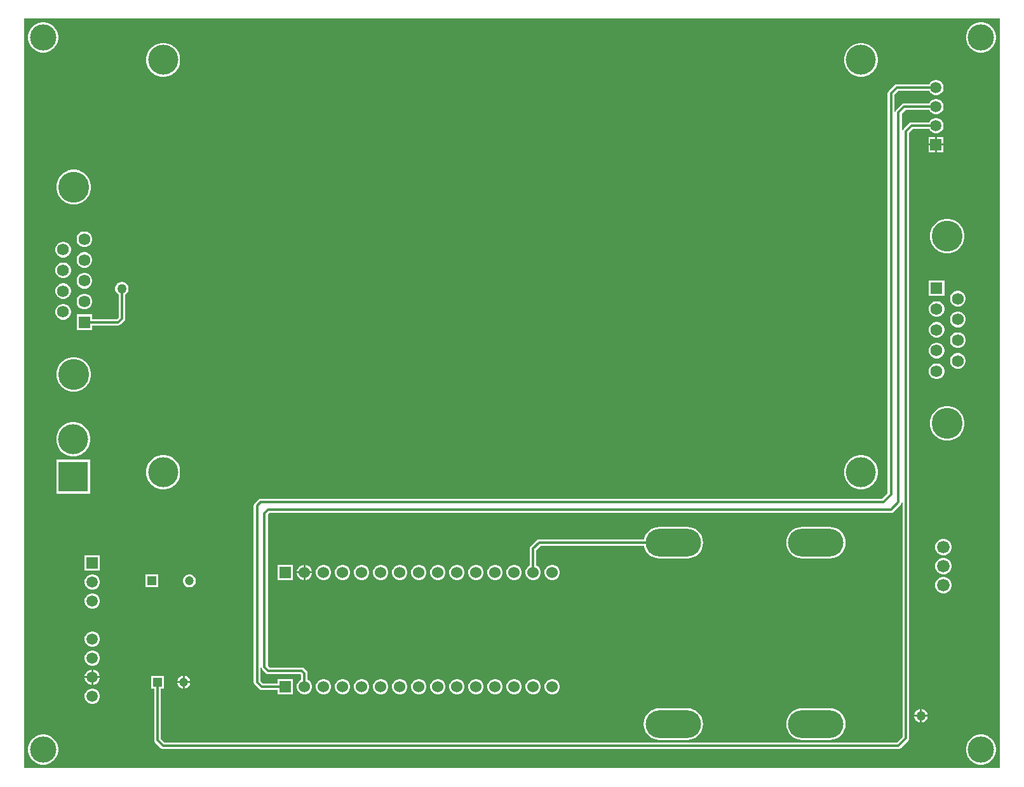
<source format=gbl>
G04*
G04 #@! TF.GenerationSoftware,Altium Limited,Altium Designer,22.8.2 (66)*
G04*
G04 Layer_Physical_Order=2*
G04 Layer_Color=16711680*
%FSLAX42Y42*%
%MOMM*%
G71*
G04*
G04 #@! TF.SameCoordinates,889D92F3-8E91-4399-9715-C869CBAF0A79*
G04*
G04*
G04 #@! TF.FilePolarity,Positive*
G04*
G01*
G75*
%ADD34C,0.35*%
%ADD35C,4.00*%
%ADD36C,1.53*%
%ADD37R,1.53X1.53*%
%ADD38C,1.68*%
%ADD39C,1.51*%
%ADD40R,1.51X1.51*%
%ADD41O,7.40X3.70*%
%ADD42C,1.20*%
%ADD43R,1.20X1.20*%
%ADD44C,3.50*%
%ADD45C,1.58*%
%ADD46R,1.58X1.58*%
%ADD47C,4.12*%
%ADD48R,4.00X4.00*%
%ADD49C,1.27*%
G36*
X13000D02*
X0D01*
Y10000D01*
X13000D01*
Y0D01*
D02*
G37*
%LPC*%
G36*
X12770Y9950D02*
X12730D01*
X12692Y9943D01*
X12655Y9928D01*
X12622Y9906D01*
X12594Y9878D01*
X12572Y9845D01*
X12557Y9808D01*
X12550Y9770D01*
Y9730D01*
X12557Y9692D01*
X12572Y9655D01*
X12594Y9622D01*
X12622Y9594D01*
X12655Y9572D01*
X12692Y9557D01*
X12730Y9550D01*
X12770D01*
X12808Y9557D01*
X12845Y9572D01*
X12878Y9594D01*
X12906Y9622D01*
X12928Y9655D01*
X12943Y9692D01*
X12950Y9730D01*
Y9770D01*
X12943Y9808D01*
X12928Y9845D01*
X12906Y9878D01*
X12878Y9906D01*
X12845Y9928D01*
X12808Y9943D01*
X12770Y9950D01*
D02*
G37*
G36*
X270D02*
X230D01*
X192Y9943D01*
X155Y9928D01*
X122Y9906D01*
X94Y9878D01*
X72Y9845D01*
X57Y9808D01*
X50Y9770D01*
Y9730D01*
X57Y9692D01*
X72Y9655D01*
X94Y9622D01*
X122Y9594D01*
X155Y9572D01*
X192Y9557D01*
X230Y9550D01*
X270D01*
X308Y9557D01*
X345Y9572D01*
X378Y9594D01*
X406Y9622D01*
X428Y9655D01*
X443Y9692D01*
X450Y9730D01*
Y9770D01*
X443Y9808D01*
X428Y9845D01*
X406Y9878D01*
X378Y9906D01*
X345Y9928D01*
X308Y9943D01*
X270Y9950D01*
D02*
G37*
G36*
X11172Y9675D02*
X11128D01*
X11084Y9667D01*
X11043Y9650D01*
X11006Y9625D01*
X10975Y9594D01*
X10950Y9557D01*
X10933Y9516D01*
X10925Y9472D01*
Y9428D01*
X10933Y9384D01*
X10950Y9343D01*
X10975Y9306D01*
X11006Y9275D01*
X11043Y9250D01*
X11084Y9233D01*
X11128Y9225D01*
X11172D01*
X11216Y9233D01*
X11257Y9250D01*
X11294Y9275D01*
X11325Y9306D01*
X11350Y9343D01*
X11367Y9384D01*
X11375Y9428D01*
Y9472D01*
X11367Y9516D01*
X11350Y9557D01*
X11325Y9594D01*
X11294Y9625D01*
X11257Y9650D01*
X11216Y9667D01*
X11172Y9675D01*
D02*
G37*
G36*
X1872D02*
X1828D01*
X1784Y9667D01*
X1743Y9650D01*
X1706Y9625D01*
X1675Y9594D01*
X1650Y9557D01*
X1633Y9516D01*
X1625Y9472D01*
Y9428D01*
X1633Y9384D01*
X1650Y9343D01*
X1675Y9306D01*
X1706Y9275D01*
X1743Y9250D01*
X1784Y9233D01*
X1828Y9225D01*
X1872D01*
X1916Y9233D01*
X1957Y9250D01*
X1994Y9275D01*
X2025Y9306D01*
X2050Y9343D01*
X2067Y9384D01*
X2075Y9428D01*
Y9472D01*
X2067Y9516D01*
X2050Y9557D01*
X2025Y9594D01*
X1994Y9625D01*
X1957Y9650D01*
X1916Y9667D01*
X1872Y9675D01*
D02*
G37*
G36*
X12163Y9182D02*
X12137D01*
X12111Y9175D01*
X12088Y9162D01*
X12069Y9143D01*
X12059Y9125D01*
X11631D01*
X11614Y9121D01*
X11600Y9112D01*
X11519Y9031D01*
X11510Y9017D01*
X11506Y9000D01*
Y3668D01*
X11432Y3594D01*
X3150D01*
X3133Y3590D01*
X3119Y3581D01*
X3069Y3531D01*
X3060Y3517D01*
X3056Y3500D01*
Y1150D01*
X3060Y1133D01*
X3069Y1119D01*
X3131Y1057D01*
X3145Y1048D01*
X3162Y1044D01*
X3377D01*
Y986D01*
X3580D01*
Y1190D01*
X3377D01*
Y1132D01*
X3180D01*
X3144Y1168D01*
Y1350D01*
X3156Y1350D01*
X3160Y1333D01*
X3169Y1319D01*
X3219Y1269D01*
X3233Y1260D01*
X3250Y1256D01*
X3682D01*
X3689Y1249D01*
Y1180D01*
X3670Y1170D01*
X3651Y1151D01*
X3638Y1127D01*
X3631Y1101D01*
Y1075D01*
X3638Y1049D01*
X3651Y1025D01*
X3670Y1006D01*
X3693Y993D01*
X3719Y986D01*
X3746D01*
X3772Y993D01*
X3795Y1006D01*
X3814Y1025D01*
X3827Y1049D01*
X3834Y1075D01*
Y1101D01*
X3827Y1127D01*
X3814Y1151D01*
X3795Y1170D01*
X3776Y1180D01*
Y1268D01*
X3773Y1284D01*
X3763Y1298D01*
X3731Y1331D01*
X3717Y1340D01*
X3700Y1344D01*
X3268D01*
X3244Y1368D01*
Y3382D01*
X3268Y3406D01*
X11550D01*
X11567Y3410D01*
X11581Y3419D01*
X11681Y3519D01*
X11690Y3533D01*
X11694Y3550D01*
X11706Y3550D01*
Y418D01*
X11632Y344D01*
X1868Y344D01*
X1819Y393D01*
Y1065D01*
X1860D01*
Y1235D01*
X1690D01*
Y1065D01*
X1731D01*
Y375D01*
X1731Y375D01*
X1735Y358D01*
X1744Y344D01*
X1819Y269D01*
X1833Y260D01*
X1850Y256D01*
X11650Y256D01*
X11667Y260D01*
X11681Y269D01*
X11781Y369D01*
X11790Y383D01*
X11794Y400D01*
Y8482D01*
X11841Y8529D01*
X12059D01*
X12069Y8511D01*
X12088Y8492D01*
X12111Y8479D01*
X12137Y8472D01*
X12163D01*
X12189Y8479D01*
X12212Y8492D01*
X12231Y8511D01*
X12244Y8534D01*
X12251Y8560D01*
Y8586D01*
X12244Y8612D01*
X12231Y8635D01*
X12212Y8654D01*
X12189Y8667D01*
X12163Y8674D01*
X12137D01*
X12111Y8667D01*
X12088Y8654D01*
X12069Y8635D01*
X12059Y8617D01*
X11823D01*
X11806Y8613D01*
X11792Y8604D01*
X11719Y8531D01*
X11710Y8517D01*
X11706Y8500D01*
X11694Y8500D01*
Y8732D01*
X11745Y8783D01*
X12059D01*
X12069Y8765D01*
X12088Y8746D01*
X12111Y8733D01*
X12137Y8726D01*
X12163D01*
X12189Y8733D01*
X12212Y8746D01*
X12231Y8765D01*
X12244Y8788D01*
X12251Y8814D01*
Y8840D01*
X12244Y8866D01*
X12231Y8889D01*
X12212Y8908D01*
X12189Y8921D01*
X12163Y8928D01*
X12137D01*
X12111Y8921D01*
X12088Y8908D01*
X12069Y8889D01*
X12059Y8871D01*
X11727D01*
X11710Y8867D01*
X11696Y8858D01*
X11619Y8781D01*
X11610Y8767D01*
X11606Y8750D01*
X11594Y8750D01*
Y8982D01*
X11649Y9037D01*
X12059D01*
X12069Y9019D01*
X12088Y9000D01*
X12111Y8987D01*
X12137Y8980D01*
X12163D01*
X12189Y8987D01*
X12212Y9000D01*
X12231Y9019D01*
X12244Y9042D01*
X12251Y9068D01*
Y9094D01*
X12244Y9120D01*
X12231Y9143D01*
X12212Y9162D01*
X12189Y9175D01*
X12163Y9182D01*
D02*
G37*
G36*
X12251Y8420D02*
X12163D01*
Y8332D01*
X12251D01*
Y8420D01*
D02*
G37*
G36*
X12137D02*
X12049D01*
Y8332D01*
X12137D01*
Y8420D01*
D02*
G37*
G36*
X12251Y8306D02*
X12163D01*
Y8218D01*
X12251D01*
Y8306D01*
D02*
G37*
G36*
X12137D02*
X12049D01*
Y8218D01*
X12137D01*
Y8306D01*
D02*
G37*
G36*
X681Y7985D02*
X635D01*
X591Y7976D01*
X548Y7958D01*
X511Y7933D01*
X478Y7901D01*
X453Y7863D01*
X436Y7821D01*
X427Y7776D01*
Y7731D01*
X436Y7686D01*
X453Y7644D01*
X478Y7606D01*
X511Y7574D01*
X548Y7549D01*
X591Y7531D01*
X635Y7522D01*
X681D01*
X725Y7531D01*
X768Y7549D01*
X805Y7574D01*
X838Y7606D01*
X863Y7644D01*
X880Y7686D01*
X889Y7731D01*
Y7776D01*
X880Y7821D01*
X863Y7863D01*
X838Y7901D01*
X805Y7933D01*
X768Y7958D01*
X725Y7976D01*
X681Y7985D01*
D02*
G37*
G36*
X814Y7162D02*
X786D01*
X760Y7155D01*
X736Y7141D01*
X717Y7122D01*
X703Y7098D01*
X696Y7072D01*
Y7044D01*
X703Y7018D01*
X717Y6994D01*
X736Y6975D01*
X760Y6961D01*
X786Y6954D01*
X814D01*
X840Y6961D01*
X864Y6975D01*
X883Y6994D01*
X897Y7018D01*
X904Y7044D01*
Y7072D01*
X897Y7098D01*
X883Y7122D01*
X864Y7141D01*
X840Y7155D01*
X814Y7162D01*
D02*
G37*
G36*
X12323Y7331D02*
X12277D01*
X12233Y7322D01*
X12190Y7304D01*
X12153Y7279D01*
X12120Y7247D01*
X12095Y7209D01*
X12078Y7167D01*
X12069Y7122D01*
Y7077D01*
X12078Y7032D01*
X12095Y6990D01*
X12120Y6952D01*
X12153Y6920D01*
X12190Y6895D01*
X12233Y6877D01*
X12277Y6868D01*
X12323D01*
X12367Y6877D01*
X12410Y6895D01*
X12447Y6920D01*
X12480Y6952D01*
X12505Y6990D01*
X12522Y7032D01*
X12531Y7077D01*
Y7122D01*
X12522Y7167D01*
X12505Y7209D01*
X12480Y7247D01*
X12447Y7279D01*
X12410Y7304D01*
X12367Y7322D01*
X12323Y7331D01*
D02*
G37*
G36*
X530Y7024D02*
X502D01*
X476Y7017D01*
X452Y7003D01*
X433Y6983D01*
X419Y6960D01*
X412Y6933D01*
Y6906D01*
X419Y6879D01*
X433Y6856D01*
X452Y6836D01*
X476Y6822D01*
X502Y6815D01*
X530D01*
X556Y6822D01*
X580Y6836D01*
X599Y6856D01*
X613Y6879D01*
X620Y6906D01*
Y6933D01*
X613Y6960D01*
X599Y6983D01*
X580Y7003D01*
X556Y7017D01*
X530Y7024D01*
D02*
G37*
G36*
X814Y6885D02*
X786D01*
X760Y6878D01*
X736Y6864D01*
X717Y6845D01*
X703Y6821D01*
X696Y6795D01*
Y6767D01*
X703Y6741D01*
X717Y6717D01*
X736Y6698D01*
X760Y6684D01*
X786Y6677D01*
X814D01*
X840Y6684D01*
X864Y6698D01*
X883Y6717D01*
X897Y6741D01*
X904Y6767D01*
Y6795D01*
X897Y6821D01*
X883Y6845D01*
X864Y6864D01*
X840Y6878D01*
X814Y6885D01*
D02*
G37*
G36*
X530Y6747D02*
X502D01*
X476Y6740D01*
X452Y6726D01*
X433Y6706D01*
X419Y6683D01*
X412Y6656D01*
Y6629D01*
X419Y6602D01*
X433Y6579D01*
X452Y6559D01*
X476Y6545D01*
X502Y6538D01*
X530D01*
X556Y6545D01*
X580Y6559D01*
X599Y6579D01*
X613Y6602D01*
X620Y6629D01*
Y6656D01*
X613Y6683D01*
X599Y6706D01*
X580Y6726D01*
X556Y6740D01*
X530Y6747D01*
D02*
G37*
G36*
X814Y6608D02*
X786D01*
X760Y6601D01*
X736Y6587D01*
X717Y6568D01*
X703Y6544D01*
X696Y6518D01*
Y6490D01*
X703Y6464D01*
X717Y6440D01*
X736Y6421D01*
X760Y6407D01*
X786Y6400D01*
X814D01*
X840Y6407D01*
X864Y6421D01*
X883Y6440D01*
X897Y6464D01*
X904Y6490D01*
Y6518D01*
X897Y6544D01*
X883Y6568D01*
X864Y6587D01*
X840Y6601D01*
X814Y6608D01*
D02*
G37*
G36*
X12262Y6508D02*
X12054D01*
Y6300D01*
X12262D01*
Y6508D01*
D02*
G37*
G36*
X530Y6470D02*
X502D01*
X476Y6463D01*
X452Y6449D01*
X433Y6429D01*
X419Y6406D01*
X412Y6379D01*
Y6352D01*
X419Y6325D01*
X433Y6302D01*
X452Y6282D01*
X476Y6268D01*
X502Y6261D01*
X530D01*
X556Y6268D01*
X580Y6282D01*
X599Y6302D01*
X613Y6325D01*
X620Y6352D01*
Y6379D01*
X613Y6406D01*
X599Y6429D01*
X580Y6449D01*
X556Y6463D01*
X530Y6470D01*
D02*
G37*
G36*
X12456Y6370D02*
X12428D01*
X12402Y6363D01*
X12378Y6349D01*
X12359Y6329D01*
X12345Y6306D01*
X12338Y6279D01*
Y6252D01*
X12345Y6225D01*
X12359Y6202D01*
X12378Y6182D01*
X12402Y6168D01*
X12428Y6161D01*
X12456D01*
X12482Y6168D01*
X12506Y6182D01*
X12525Y6202D01*
X12539Y6225D01*
X12546Y6252D01*
Y6279D01*
X12539Y6306D01*
X12525Y6329D01*
X12506Y6349D01*
X12482Y6363D01*
X12456Y6370D01*
D02*
G37*
G36*
X814Y6331D02*
X786D01*
X760Y6324D01*
X736Y6310D01*
X717Y6291D01*
X703Y6267D01*
X696Y6241D01*
Y6213D01*
X703Y6187D01*
X717Y6163D01*
X736Y6144D01*
X760Y6130D01*
X786Y6123D01*
X814D01*
X840Y6130D01*
X864Y6144D01*
X883Y6163D01*
X897Y6187D01*
X904Y6213D01*
Y6241D01*
X897Y6267D01*
X883Y6291D01*
X864Y6310D01*
X840Y6324D01*
X814Y6331D01*
D02*
G37*
G36*
X12172Y6231D02*
X12144D01*
X12118Y6224D01*
X12094Y6210D01*
X12075Y6191D01*
X12061Y6167D01*
X12054Y6141D01*
Y6113D01*
X12061Y6087D01*
X12075Y6063D01*
X12094Y6044D01*
X12118Y6030D01*
X12144Y6023D01*
X12172D01*
X12198Y6030D01*
X12222Y6044D01*
X12241Y6063D01*
X12255Y6087D01*
X12262Y6113D01*
Y6141D01*
X12255Y6167D01*
X12241Y6191D01*
X12222Y6210D01*
X12198Y6224D01*
X12172Y6231D01*
D02*
G37*
G36*
X1312Y6489D02*
X1288D01*
X1266Y6483D01*
X1245Y6471D01*
X1229Y6455D01*
X1217Y6434D01*
X1211Y6412D01*
Y6388D01*
X1217Y6366D01*
X1229Y6345D01*
X1245Y6329D01*
X1256Y6323D01*
Y6018D01*
X1232Y5994D01*
X904D01*
Y6054D01*
X696D01*
Y5846D01*
X904D01*
Y5906D01*
X1250D01*
X1267Y5910D01*
X1281Y5919D01*
X1331Y5969D01*
X1340Y5983D01*
X1344Y6000D01*
Y6323D01*
X1355Y6329D01*
X1371Y6345D01*
X1383Y6366D01*
X1389Y6388D01*
Y6412D01*
X1383Y6434D01*
X1371Y6455D01*
X1355Y6471D01*
X1334Y6483D01*
X1312Y6489D01*
D02*
G37*
G36*
X530Y6193D02*
X502D01*
X476Y6186D01*
X452Y6172D01*
X433Y6152D01*
X419Y6129D01*
X412Y6102D01*
Y6075D01*
X419Y6048D01*
X433Y6025D01*
X452Y6005D01*
X476Y5991D01*
X502Y5984D01*
X530D01*
X556Y5991D01*
X580Y6005D01*
X599Y6025D01*
X613Y6048D01*
X620Y6075D01*
Y6102D01*
X613Y6129D01*
X599Y6152D01*
X580Y6172D01*
X556Y6186D01*
X530Y6193D01*
D02*
G37*
G36*
X12456Y6093D02*
X12428D01*
X12402Y6086D01*
X12378Y6072D01*
X12359Y6052D01*
X12345Y6029D01*
X12338Y6002D01*
Y5975D01*
X12345Y5948D01*
X12359Y5925D01*
X12378Y5905D01*
X12402Y5891D01*
X12428Y5884D01*
X12456D01*
X12482Y5891D01*
X12506Y5905D01*
X12525Y5925D01*
X12539Y5948D01*
X12546Y5975D01*
Y6002D01*
X12539Y6029D01*
X12525Y6052D01*
X12506Y6072D01*
X12482Y6086D01*
X12456Y6093D01*
D02*
G37*
G36*
X12172Y5954D02*
X12144D01*
X12118Y5947D01*
X12094Y5933D01*
X12075Y5914D01*
X12061Y5890D01*
X12054Y5864D01*
Y5836D01*
X12061Y5810D01*
X12075Y5786D01*
X12094Y5767D01*
X12118Y5753D01*
X12144Y5746D01*
X12172D01*
X12198Y5753D01*
X12222Y5767D01*
X12241Y5786D01*
X12255Y5810D01*
X12262Y5836D01*
Y5864D01*
X12255Y5890D01*
X12241Y5914D01*
X12222Y5933D01*
X12198Y5947D01*
X12172Y5954D01*
D02*
G37*
G36*
X12456Y5816D02*
X12428D01*
X12402Y5809D01*
X12378Y5795D01*
X12359Y5775D01*
X12345Y5752D01*
X12338Y5725D01*
Y5698D01*
X12345Y5671D01*
X12359Y5648D01*
X12378Y5628D01*
X12402Y5614D01*
X12428Y5607D01*
X12456D01*
X12482Y5614D01*
X12506Y5628D01*
X12525Y5648D01*
X12539Y5671D01*
X12546Y5698D01*
Y5725D01*
X12539Y5752D01*
X12525Y5775D01*
X12506Y5795D01*
X12482Y5809D01*
X12456Y5816D01*
D02*
G37*
G36*
X12172Y5677D02*
X12144D01*
X12118Y5670D01*
X12094Y5656D01*
X12075Y5637D01*
X12061Y5613D01*
X12054Y5587D01*
Y5559D01*
X12061Y5533D01*
X12075Y5509D01*
X12094Y5490D01*
X12118Y5476D01*
X12144Y5469D01*
X12172D01*
X12198Y5476D01*
X12222Y5490D01*
X12241Y5509D01*
X12255Y5533D01*
X12262Y5559D01*
Y5587D01*
X12255Y5613D01*
X12241Y5637D01*
X12222Y5656D01*
X12198Y5670D01*
X12172Y5677D01*
D02*
G37*
G36*
X12456Y5539D02*
X12428D01*
X12402Y5532D01*
X12378Y5518D01*
X12359Y5498D01*
X12345Y5475D01*
X12338Y5448D01*
Y5421D01*
X12345Y5394D01*
X12359Y5371D01*
X12378Y5351D01*
X12402Y5337D01*
X12428Y5330D01*
X12456D01*
X12482Y5337D01*
X12506Y5351D01*
X12525Y5371D01*
X12539Y5394D01*
X12546Y5421D01*
Y5448D01*
X12539Y5475D01*
X12525Y5498D01*
X12506Y5518D01*
X12482Y5532D01*
X12456Y5539D01*
D02*
G37*
G36*
X12172Y5400D02*
X12144D01*
X12118Y5393D01*
X12094Y5379D01*
X12075Y5360D01*
X12061Y5336D01*
X12054Y5310D01*
Y5282D01*
X12061Y5256D01*
X12075Y5232D01*
X12094Y5213D01*
X12118Y5199D01*
X12144Y5192D01*
X12172D01*
X12198Y5199D01*
X12222Y5213D01*
X12241Y5232D01*
X12255Y5256D01*
X12262Y5282D01*
Y5310D01*
X12255Y5336D01*
X12241Y5360D01*
X12222Y5379D01*
X12198Y5393D01*
X12172Y5400D01*
D02*
G37*
G36*
X681Y5486D02*
X635D01*
X591Y5477D01*
X548Y5459D01*
X511Y5434D01*
X478Y5402D01*
X453Y5364D01*
X436Y5322D01*
X427Y5277D01*
Y5232D01*
X436Y5187D01*
X453Y5145D01*
X478Y5107D01*
X511Y5075D01*
X548Y5050D01*
X591Y5032D01*
X635Y5023D01*
X681D01*
X725Y5032D01*
X768Y5050D01*
X805Y5075D01*
X838Y5107D01*
X863Y5145D01*
X880Y5187D01*
X889Y5232D01*
Y5277D01*
X880Y5322D01*
X863Y5364D01*
X838Y5402D01*
X805Y5434D01*
X768Y5459D01*
X725Y5477D01*
X681Y5486D01*
D02*
G37*
G36*
X12323Y4832D02*
X12277D01*
X12233Y4823D01*
X12190Y4805D01*
X12153Y4780D01*
X12120Y4748D01*
X12095Y4710D01*
X12078Y4668D01*
X12069Y4623D01*
Y4578D01*
X12078Y4533D01*
X12095Y4491D01*
X12120Y4453D01*
X12153Y4421D01*
X12190Y4396D01*
X12233Y4378D01*
X12277Y4369D01*
X12323D01*
X12367Y4378D01*
X12410Y4396D01*
X12447Y4421D01*
X12480Y4453D01*
X12505Y4491D01*
X12522Y4533D01*
X12531Y4578D01*
Y4623D01*
X12522Y4668D01*
X12505Y4710D01*
X12480Y4748D01*
X12447Y4780D01*
X12410Y4805D01*
X12367Y4823D01*
X12323Y4832D01*
D02*
G37*
G36*
X672Y4615D02*
X628D01*
X584Y4607D01*
X543Y4590D01*
X506Y4565D01*
X475Y4534D01*
X450Y4497D01*
X433Y4456D01*
X425Y4412D01*
Y4368D01*
X433Y4324D01*
X450Y4283D01*
X475Y4246D01*
X506Y4215D01*
X543Y4190D01*
X584Y4173D01*
X628Y4165D01*
X672D01*
X716Y4173D01*
X757Y4190D01*
X794Y4215D01*
X825Y4246D01*
X850Y4283D01*
X867Y4324D01*
X875Y4368D01*
Y4412D01*
X867Y4456D01*
X850Y4497D01*
X825Y4534D01*
X794Y4565D01*
X757Y4590D01*
X716Y4607D01*
X672Y4615D01*
D02*
G37*
G36*
X11172Y4175D02*
X11128D01*
X11084Y4167D01*
X11043Y4150D01*
X11006Y4125D01*
X10975Y4094D01*
X10950Y4057D01*
X10933Y4016D01*
X10925Y3972D01*
Y3928D01*
X10933Y3884D01*
X10950Y3843D01*
X10975Y3806D01*
X11006Y3775D01*
X11043Y3750D01*
X11084Y3733D01*
X11128Y3725D01*
X11172D01*
X11216Y3733D01*
X11257Y3750D01*
X11294Y3775D01*
X11325Y3806D01*
X11350Y3843D01*
X11367Y3884D01*
X11375Y3928D01*
Y3972D01*
X11367Y4016D01*
X11350Y4057D01*
X11325Y4094D01*
X11294Y4125D01*
X11257Y4150D01*
X11216Y4167D01*
X11172Y4175D01*
D02*
G37*
G36*
X1872D02*
X1828D01*
X1784Y4167D01*
X1743Y4150D01*
X1706Y4125D01*
X1675Y4094D01*
X1650Y4057D01*
X1633Y4016D01*
X1625Y3972D01*
Y3928D01*
X1633Y3884D01*
X1650Y3843D01*
X1675Y3806D01*
X1706Y3775D01*
X1743Y3750D01*
X1784Y3733D01*
X1828Y3725D01*
X1872D01*
X1916Y3733D01*
X1957Y3750D01*
X1994Y3775D01*
X2025Y3806D01*
X2050Y3843D01*
X2067Y3884D01*
X2075Y3928D01*
Y3972D01*
X2067Y4016D01*
X2050Y4057D01*
X2025Y4094D01*
X1994Y4125D01*
X1957Y4150D01*
X1916Y4167D01*
X1872Y4175D01*
D02*
G37*
G36*
X875Y4115D02*
X425D01*
Y3665D01*
X875D01*
Y4115D01*
D02*
G37*
G36*
X12264Y3059D02*
X12236D01*
X12208Y3052D01*
X12183Y3037D01*
X12163Y3017D01*
X12148Y2992D01*
X12141Y2964D01*
Y2936D01*
X12148Y2908D01*
X12163Y2883D01*
X12183Y2863D01*
X12208Y2848D01*
X12236Y2841D01*
X12264D01*
X12292Y2848D01*
X12317Y2863D01*
X12337Y2883D01*
X12352Y2908D01*
X12359Y2936D01*
Y2964D01*
X12352Y2992D01*
X12337Y3017D01*
X12317Y3037D01*
X12292Y3052D01*
X12264Y3059D01*
D02*
G37*
G36*
X10735Y3221D02*
X10365D01*
X10324Y3217D01*
X10284Y3205D01*
X10248Y3186D01*
X10216Y3159D01*
X10189Y3127D01*
X10170Y3091D01*
X10158Y3051D01*
X10154Y3010D01*
X10158Y2969D01*
X10170Y2929D01*
X10189Y2893D01*
X10216Y2861D01*
X10248Y2834D01*
X10284Y2815D01*
X10324Y2803D01*
X10365Y2799D01*
X10735D01*
X10776Y2803D01*
X10816Y2815D01*
X10852Y2834D01*
X10884Y2861D01*
X10911Y2893D01*
X10930Y2929D01*
X10942Y2969D01*
X10946Y3010D01*
X10942Y3051D01*
X10930Y3091D01*
X10911Y3127D01*
X10884Y3159D01*
X10852Y3186D01*
X10816Y3205D01*
X10776Y3217D01*
X10735Y3221D01*
D02*
G37*
G36*
X8835D02*
X8465D01*
X8424Y3217D01*
X8384Y3205D01*
X8348Y3186D01*
X8316Y3159D01*
X8289Y3127D01*
X8270Y3091D01*
X8258Y3054D01*
X6860D01*
X6843Y3050D01*
X6829Y3041D01*
X6750Y2961D01*
X6740Y2947D01*
X6737Y2931D01*
Y2704D01*
X6718Y2694D01*
X6699Y2675D01*
X6686Y2651D01*
X6679Y2625D01*
Y2599D01*
X6686Y2573D01*
X6699Y2549D01*
X6718Y2530D01*
X6741Y2517D01*
X6767Y2510D01*
X6794D01*
X6820Y2517D01*
X6843Y2530D01*
X6862Y2549D01*
X6875Y2573D01*
X6882Y2599D01*
Y2625D01*
X6875Y2651D01*
X6862Y2675D01*
X6843Y2694D01*
X6824Y2704D01*
Y2912D01*
X6878Y2966D01*
X8258D01*
X8270Y2929D01*
X8289Y2893D01*
X8316Y2861D01*
X8348Y2834D01*
X8384Y2815D01*
X8424Y2803D01*
X8465Y2799D01*
X8835D01*
X8876Y2803D01*
X8916Y2815D01*
X8952Y2834D01*
X8984Y2861D01*
X9011Y2893D01*
X9030Y2929D01*
X9042Y2969D01*
X9046Y3010D01*
X9042Y3051D01*
X9030Y3091D01*
X9011Y3127D01*
X8984Y3159D01*
X8952Y3186D01*
X8916Y3205D01*
X8876Y3217D01*
X8835Y3221D01*
D02*
G37*
G36*
X1006Y2840D02*
X804D01*
Y2638D01*
X1006D01*
Y2840D01*
D02*
G37*
G36*
X3746Y2714D02*
X3745D01*
Y2625D01*
X3834D01*
Y2625D01*
X3827Y2651D01*
X3814Y2675D01*
X3795Y2694D01*
X3772Y2707D01*
X3746Y2714D01*
D02*
G37*
G36*
X3720D02*
X3719D01*
X3693Y2707D01*
X3670Y2694D01*
X3651Y2675D01*
X3638Y2651D01*
X3631Y2625D01*
Y2625D01*
X3720D01*
Y2714D01*
D02*
G37*
G36*
X12264Y2805D02*
X12236D01*
X12208Y2798D01*
X12183Y2783D01*
X12163Y2763D01*
X12148Y2738D01*
X12141Y2710D01*
Y2682D01*
X12148Y2654D01*
X12163Y2629D01*
X12183Y2609D01*
X12208Y2594D01*
X12236Y2587D01*
X12264D01*
X12292Y2594D01*
X12317Y2609D01*
X12337Y2629D01*
X12352Y2654D01*
X12359Y2682D01*
Y2710D01*
X12352Y2738D01*
X12337Y2763D01*
X12317Y2783D01*
X12292Y2798D01*
X12264Y2805D01*
D02*
G37*
G36*
X7048Y2714D02*
X7021D01*
X6995Y2707D01*
X6972Y2694D01*
X6953Y2675D01*
X6940Y2651D01*
X6933Y2625D01*
Y2599D01*
X6940Y2573D01*
X6953Y2549D01*
X6972Y2530D01*
X6995Y2517D01*
X7021Y2510D01*
X7048D01*
X7074Y2517D01*
X7097Y2530D01*
X7116Y2549D01*
X7129Y2573D01*
X7136Y2599D01*
Y2625D01*
X7129Y2651D01*
X7116Y2675D01*
X7097Y2694D01*
X7074Y2707D01*
X7048Y2714D01*
D02*
G37*
G36*
X6540D02*
X6513D01*
X6487Y2707D01*
X6464Y2694D01*
X6445Y2675D01*
X6432Y2651D01*
X6425Y2625D01*
Y2599D01*
X6432Y2573D01*
X6445Y2549D01*
X6464Y2530D01*
X6487Y2517D01*
X6513Y2510D01*
X6540D01*
X6566Y2517D01*
X6589Y2530D01*
X6608Y2549D01*
X6621Y2573D01*
X6628Y2599D01*
Y2625D01*
X6621Y2651D01*
X6608Y2675D01*
X6589Y2694D01*
X6566Y2707D01*
X6540Y2714D01*
D02*
G37*
G36*
X6286D02*
X6259D01*
X6233Y2707D01*
X6210Y2694D01*
X6191Y2675D01*
X6178Y2651D01*
X6171Y2625D01*
Y2599D01*
X6178Y2573D01*
X6191Y2549D01*
X6210Y2530D01*
X6233Y2517D01*
X6259Y2510D01*
X6286D01*
X6312Y2517D01*
X6335Y2530D01*
X6354Y2549D01*
X6367Y2573D01*
X6374Y2599D01*
Y2625D01*
X6367Y2651D01*
X6354Y2675D01*
X6335Y2694D01*
X6312Y2707D01*
X6286Y2714D01*
D02*
G37*
G36*
X6032D02*
X6005D01*
X5979Y2707D01*
X5956Y2694D01*
X5937Y2675D01*
X5924Y2651D01*
X5917Y2625D01*
Y2599D01*
X5924Y2573D01*
X5937Y2549D01*
X5956Y2530D01*
X5979Y2517D01*
X6005Y2510D01*
X6032D01*
X6058Y2517D01*
X6081Y2530D01*
X6100Y2549D01*
X6113Y2573D01*
X6120Y2599D01*
Y2625D01*
X6113Y2651D01*
X6100Y2675D01*
X6081Y2694D01*
X6058Y2707D01*
X6032Y2714D01*
D02*
G37*
G36*
X5778D02*
X5751D01*
X5725Y2707D01*
X5702Y2694D01*
X5683Y2675D01*
X5670Y2651D01*
X5663Y2625D01*
Y2599D01*
X5670Y2573D01*
X5683Y2549D01*
X5702Y2530D01*
X5725Y2517D01*
X5751Y2510D01*
X5778D01*
X5804Y2517D01*
X5827Y2530D01*
X5846Y2549D01*
X5859Y2573D01*
X5866Y2599D01*
Y2625D01*
X5859Y2651D01*
X5846Y2675D01*
X5827Y2694D01*
X5804Y2707D01*
X5778Y2714D01*
D02*
G37*
G36*
X5524D02*
X5497D01*
X5471Y2707D01*
X5448Y2694D01*
X5429Y2675D01*
X5416Y2651D01*
X5409Y2625D01*
Y2599D01*
X5416Y2573D01*
X5429Y2549D01*
X5448Y2530D01*
X5471Y2517D01*
X5497Y2510D01*
X5524D01*
X5550Y2517D01*
X5573Y2530D01*
X5592Y2549D01*
X5605Y2573D01*
X5612Y2599D01*
Y2625D01*
X5605Y2651D01*
X5592Y2675D01*
X5573Y2694D01*
X5550Y2707D01*
X5524Y2714D01*
D02*
G37*
G36*
X5270D02*
X5243D01*
X5217Y2707D01*
X5194Y2694D01*
X5175Y2675D01*
X5162Y2651D01*
X5155Y2625D01*
Y2599D01*
X5162Y2573D01*
X5175Y2549D01*
X5194Y2530D01*
X5217Y2517D01*
X5243Y2510D01*
X5270D01*
X5296Y2517D01*
X5319Y2530D01*
X5338Y2549D01*
X5351Y2573D01*
X5358Y2599D01*
Y2625D01*
X5351Y2651D01*
X5338Y2675D01*
X5319Y2694D01*
X5296Y2707D01*
X5270Y2714D01*
D02*
G37*
G36*
X5016D02*
X4989D01*
X4963Y2707D01*
X4940Y2694D01*
X4921Y2675D01*
X4908Y2651D01*
X4901Y2625D01*
Y2599D01*
X4908Y2573D01*
X4921Y2549D01*
X4940Y2530D01*
X4963Y2517D01*
X4989Y2510D01*
X5016D01*
X5042Y2517D01*
X5065Y2530D01*
X5084Y2549D01*
X5097Y2573D01*
X5104Y2599D01*
Y2625D01*
X5097Y2651D01*
X5084Y2675D01*
X5065Y2694D01*
X5042Y2707D01*
X5016Y2714D01*
D02*
G37*
G36*
X4762D02*
X4735D01*
X4709Y2707D01*
X4686Y2694D01*
X4667Y2675D01*
X4654Y2651D01*
X4647Y2625D01*
Y2599D01*
X4654Y2573D01*
X4667Y2549D01*
X4686Y2530D01*
X4709Y2517D01*
X4735Y2510D01*
X4762D01*
X4788Y2517D01*
X4811Y2530D01*
X4830Y2549D01*
X4843Y2573D01*
X4850Y2599D01*
Y2625D01*
X4843Y2651D01*
X4830Y2675D01*
X4811Y2694D01*
X4788Y2707D01*
X4762Y2714D01*
D02*
G37*
G36*
X4508D02*
X4481D01*
X4455Y2707D01*
X4432Y2694D01*
X4413Y2675D01*
X4400Y2651D01*
X4393Y2625D01*
Y2599D01*
X4400Y2573D01*
X4413Y2549D01*
X4432Y2530D01*
X4455Y2517D01*
X4481Y2510D01*
X4508D01*
X4534Y2517D01*
X4557Y2530D01*
X4576Y2549D01*
X4589Y2573D01*
X4596Y2599D01*
Y2625D01*
X4589Y2651D01*
X4576Y2675D01*
X4557Y2694D01*
X4534Y2707D01*
X4508Y2714D01*
D02*
G37*
G36*
X4254D02*
X4227D01*
X4201Y2707D01*
X4178Y2694D01*
X4159Y2675D01*
X4146Y2651D01*
X4139Y2625D01*
Y2599D01*
X4146Y2573D01*
X4159Y2549D01*
X4178Y2530D01*
X4201Y2517D01*
X4227Y2510D01*
X4254D01*
X4280Y2517D01*
X4303Y2530D01*
X4322Y2549D01*
X4335Y2573D01*
X4342Y2599D01*
Y2625D01*
X4335Y2651D01*
X4322Y2675D01*
X4303Y2694D01*
X4280Y2707D01*
X4254Y2714D01*
D02*
G37*
G36*
X4000D02*
X3973D01*
X3947Y2707D01*
X3924Y2694D01*
X3905Y2675D01*
X3892Y2651D01*
X3885Y2625D01*
Y2599D01*
X3892Y2573D01*
X3905Y2549D01*
X3924Y2530D01*
X3947Y2517D01*
X3973Y2510D01*
X4000D01*
X4026Y2517D01*
X4049Y2530D01*
X4068Y2549D01*
X4081Y2573D01*
X4088Y2599D01*
Y2625D01*
X4081Y2651D01*
X4068Y2675D01*
X4049Y2694D01*
X4026Y2707D01*
X4000Y2714D01*
D02*
G37*
G36*
X3834Y2599D02*
X3745D01*
Y2510D01*
X3746D01*
X3772Y2517D01*
X3795Y2530D01*
X3814Y2549D01*
X3827Y2573D01*
X3834Y2599D01*
Y2599D01*
D02*
G37*
G36*
X3720D02*
X3631D01*
Y2599D01*
X3638Y2573D01*
X3651Y2549D01*
X3670Y2530D01*
X3693Y2517D01*
X3719Y2510D01*
X3720D01*
Y2599D01*
D02*
G37*
G36*
X3580Y2714D02*
X3377D01*
Y2510D01*
X3580D01*
Y2714D01*
D02*
G37*
G36*
X2211Y2585D02*
X2189D01*
X2167Y2580D01*
X2148Y2568D01*
X2132Y2552D01*
X2120Y2533D01*
X2115Y2511D01*
Y2489D01*
X2120Y2467D01*
X2132Y2448D01*
X2148Y2432D01*
X2167Y2420D01*
X2189Y2415D01*
X2211D01*
X2233Y2420D01*
X2252Y2432D01*
X2268Y2448D01*
X2280Y2467D01*
X2285Y2489D01*
Y2511D01*
X2280Y2533D01*
X2268Y2552D01*
X2252Y2568D01*
X2233Y2580D01*
X2211Y2585D01*
D02*
G37*
G36*
X1785D02*
X1615D01*
Y2415D01*
X1785D01*
Y2585D01*
D02*
G37*
G36*
X918Y2586D02*
X892D01*
X866Y2579D01*
X843Y2566D01*
X824Y2547D01*
X811Y2524D01*
X804Y2498D01*
Y2472D01*
X811Y2446D01*
X824Y2423D01*
X843Y2404D01*
X866Y2391D01*
X892Y2384D01*
X918D01*
X944Y2391D01*
X967Y2404D01*
X986Y2423D01*
X999Y2446D01*
X1006Y2472D01*
Y2498D01*
X999Y2524D01*
X986Y2547D01*
X967Y2566D01*
X944Y2579D01*
X918Y2586D01*
D02*
G37*
G36*
X12264Y2551D02*
X12236D01*
X12208Y2544D01*
X12183Y2529D01*
X12163Y2509D01*
X12148Y2484D01*
X12141Y2456D01*
Y2428D01*
X12148Y2400D01*
X12163Y2375D01*
X12183Y2355D01*
X12208Y2340D01*
X12236Y2333D01*
X12264D01*
X12292Y2340D01*
X12317Y2355D01*
X12337Y2375D01*
X12352Y2400D01*
X12359Y2428D01*
Y2456D01*
X12352Y2484D01*
X12337Y2509D01*
X12317Y2529D01*
X12292Y2544D01*
X12264Y2551D01*
D02*
G37*
G36*
X918Y2332D02*
X892D01*
X866Y2325D01*
X843Y2312D01*
X824Y2293D01*
X811Y2270D01*
X804Y2244D01*
Y2218D01*
X811Y2192D01*
X824Y2169D01*
X843Y2150D01*
X866Y2137D01*
X892Y2130D01*
X918D01*
X944Y2137D01*
X967Y2150D01*
X986Y2169D01*
X999Y2192D01*
X1006Y2218D01*
Y2244D01*
X999Y2270D01*
X986Y2293D01*
X967Y2312D01*
X944Y2325D01*
X918Y2332D01*
D02*
G37*
G36*
Y1824D02*
X892D01*
X866Y1817D01*
X843Y1804D01*
X824Y1785D01*
X811Y1762D01*
X804Y1736D01*
Y1710D01*
X811Y1684D01*
X824Y1661D01*
X843Y1642D01*
X866Y1629D01*
X892Y1622D01*
X918D01*
X944Y1629D01*
X967Y1642D01*
X986Y1661D01*
X999Y1684D01*
X1006Y1710D01*
Y1736D01*
X999Y1762D01*
X986Y1785D01*
X967Y1804D01*
X944Y1817D01*
X918Y1824D01*
D02*
G37*
G36*
Y1570D02*
X892D01*
X866Y1563D01*
X843Y1550D01*
X824Y1531D01*
X811Y1508D01*
X804Y1482D01*
Y1456D01*
X811Y1430D01*
X824Y1407D01*
X843Y1388D01*
X866Y1375D01*
X892Y1368D01*
X918D01*
X944Y1375D01*
X967Y1388D01*
X986Y1407D01*
X999Y1430D01*
X1006Y1456D01*
Y1482D01*
X999Y1508D01*
X986Y1531D01*
X967Y1550D01*
X944Y1563D01*
X918Y1570D01*
D02*
G37*
G36*
Y1316D02*
X918D01*
Y1228D01*
X1006D01*
Y1228D01*
X999Y1254D01*
X986Y1277D01*
X967Y1296D01*
X944Y1309D01*
X918Y1316D01*
D02*
G37*
G36*
X892D02*
X892D01*
X866Y1309D01*
X843Y1296D01*
X824Y1277D01*
X811Y1254D01*
X804Y1228D01*
Y1228D01*
X892D01*
Y1316D01*
D02*
G37*
G36*
X2138Y1235D02*
Y1163D01*
X2210D01*
X2205Y1183D01*
X2193Y1202D01*
X2177Y1218D01*
X2158Y1230D01*
X2138Y1235D01*
D02*
G37*
G36*
X2112D02*
X2092Y1230D01*
X2073Y1218D01*
X2057Y1202D01*
X2045Y1183D01*
X2040Y1163D01*
X2112D01*
Y1235D01*
D02*
G37*
G36*
X1006Y1202D02*
X918D01*
Y1114D01*
X918D01*
X944Y1121D01*
X967Y1134D01*
X986Y1153D01*
X999Y1176D01*
X1006Y1202D01*
Y1202D01*
D02*
G37*
G36*
X892D02*
X804D01*
Y1202D01*
X811Y1176D01*
X824Y1153D01*
X843Y1134D01*
X866Y1121D01*
X892Y1114D01*
X892D01*
Y1202D01*
D02*
G37*
G36*
X2210Y1137D02*
X2138D01*
Y1065D01*
X2158Y1070D01*
X2177Y1082D01*
X2193Y1098D01*
X2205Y1117D01*
X2210Y1137D01*
D02*
G37*
G36*
X2112D02*
X2040D01*
X2045Y1117D01*
X2057Y1098D01*
X2073Y1082D01*
X2092Y1070D01*
X2112Y1065D01*
Y1137D01*
D02*
G37*
G36*
X7048Y1190D02*
X7021D01*
X6995Y1183D01*
X6972Y1170D01*
X6953Y1151D01*
X6940Y1127D01*
X6933Y1101D01*
Y1075D01*
X6940Y1049D01*
X6953Y1025D01*
X6972Y1006D01*
X6995Y993D01*
X7021Y986D01*
X7048D01*
X7074Y993D01*
X7097Y1006D01*
X7116Y1025D01*
X7129Y1049D01*
X7136Y1075D01*
Y1101D01*
X7129Y1127D01*
X7116Y1151D01*
X7097Y1170D01*
X7074Y1183D01*
X7048Y1190D01*
D02*
G37*
G36*
X6794D02*
X6767D01*
X6741Y1183D01*
X6718Y1170D01*
X6699Y1151D01*
X6686Y1127D01*
X6679Y1101D01*
Y1075D01*
X6686Y1049D01*
X6699Y1025D01*
X6718Y1006D01*
X6741Y993D01*
X6767Y986D01*
X6794D01*
X6820Y993D01*
X6843Y1006D01*
X6862Y1025D01*
X6875Y1049D01*
X6882Y1075D01*
Y1101D01*
X6875Y1127D01*
X6862Y1151D01*
X6843Y1170D01*
X6820Y1183D01*
X6794Y1190D01*
D02*
G37*
G36*
X6540D02*
X6513D01*
X6487Y1183D01*
X6464Y1170D01*
X6445Y1151D01*
X6432Y1127D01*
X6425Y1101D01*
Y1075D01*
X6432Y1049D01*
X6445Y1025D01*
X6464Y1006D01*
X6487Y993D01*
X6513Y986D01*
X6540D01*
X6566Y993D01*
X6589Y1006D01*
X6608Y1025D01*
X6621Y1049D01*
X6628Y1075D01*
Y1101D01*
X6621Y1127D01*
X6608Y1151D01*
X6589Y1170D01*
X6566Y1183D01*
X6540Y1190D01*
D02*
G37*
G36*
X6286D02*
X6259D01*
X6233Y1183D01*
X6210Y1170D01*
X6191Y1151D01*
X6178Y1127D01*
X6171Y1101D01*
Y1075D01*
X6178Y1049D01*
X6191Y1025D01*
X6210Y1006D01*
X6233Y993D01*
X6259Y986D01*
X6286D01*
X6312Y993D01*
X6335Y1006D01*
X6354Y1025D01*
X6367Y1049D01*
X6374Y1075D01*
Y1101D01*
X6367Y1127D01*
X6354Y1151D01*
X6335Y1170D01*
X6312Y1183D01*
X6286Y1190D01*
D02*
G37*
G36*
X6032D02*
X6005D01*
X5979Y1183D01*
X5956Y1170D01*
X5937Y1151D01*
X5924Y1127D01*
X5917Y1101D01*
Y1075D01*
X5924Y1049D01*
X5937Y1025D01*
X5956Y1006D01*
X5979Y993D01*
X6005Y986D01*
X6032D01*
X6058Y993D01*
X6081Y1006D01*
X6100Y1025D01*
X6113Y1049D01*
X6120Y1075D01*
Y1101D01*
X6113Y1127D01*
X6100Y1151D01*
X6081Y1170D01*
X6058Y1183D01*
X6032Y1190D01*
D02*
G37*
G36*
X5778D02*
X5751D01*
X5725Y1183D01*
X5702Y1170D01*
X5683Y1151D01*
X5670Y1127D01*
X5663Y1101D01*
Y1075D01*
X5670Y1049D01*
X5683Y1025D01*
X5702Y1006D01*
X5725Y993D01*
X5751Y986D01*
X5778D01*
X5804Y993D01*
X5827Y1006D01*
X5846Y1025D01*
X5859Y1049D01*
X5866Y1075D01*
Y1101D01*
X5859Y1127D01*
X5846Y1151D01*
X5827Y1170D01*
X5804Y1183D01*
X5778Y1190D01*
D02*
G37*
G36*
X5524D02*
X5497D01*
X5471Y1183D01*
X5448Y1170D01*
X5429Y1151D01*
X5416Y1127D01*
X5409Y1101D01*
Y1075D01*
X5416Y1049D01*
X5429Y1025D01*
X5448Y1006D01*
X5471Y993D01*
X5497Y986D01*
X5524D01*
X5550Y993D01*
X5573Y1006D01*
X5592Y1025D01*
X5605Y1049D01*
X5612Y1075D01*
Y1101D01*
X5605Y1127D01*
X5592Y1151D01*
X5573Y1170D01*
X5550Y1183D01*
X5524Y1190D01*
D02*
G37*
G36*
X5270D02*
X5243D01*
X5217Y1183D01*
X5194Y1170D01*
X5175Y1151D01*
X5162Y1127D01*
X5155Y1101D01*
Y1075D01*
X5162Y1049D01*
X5175Y1025D01*
X5194Y1006D01*
X5217Y993D01*
X5243Y986D01*
X5270D01*
X5296Y993D01*
X5319Y1006D01*
X5338Y1025D01*
X5351Y1049D01*
X5358Y1075D01*
Y1101D01*
X5351Y1127D01*
X5338Y1151D01*
X5319Y1170D01*
X5296Y1183D01*
X5270Y1190D01*
D02*
G37*
G36*
X5016D02*
X4989D01*
X4963Y1183D01*
X4940Y1170D01*
X4921Y1151D01*
X4908Y1127D01*
X4901Y1101D01*
Y1075D01*
X4908Y1049D01*
X4921Y1025D01*
X4940Y1006D01*
X4963Y993D01*
X4989Y986D01*
X5016D01*
X5042Y993D01*
X5065Y1006D01*
X5084Y1025D01*
X5097Y1049D01*
X5104Y1075D01*
Y1101D01*
X5097Y1127D01*
X5084Y1151D01*
X5065Y1170D01*
X5042Y1183D01*
X5016Y1190D01*
D02*
G37*
G36*
X4762D02*
X4735D01*
X4709Y1183D01*
X4686Y1170D01*
X4667Y1151D01*
X4654Y1127D01*
X4647Y1101D01*
Y1075D01*
X4654Y1049D01*
X4667Y1025D01*
X4686Y1006D01*
X4709Y993D01*
X4735Y986D01*
X4762D01*
X4788Y993D01*
X4811Y1006D01*
X4830Y1025D01*
X4843Y1049D01*
X4850Y1075D01*
Y1101D01*
X4843Y1127D01*
X4830Y1151D01*
X4811Y1170D01*
X4788Y1183D01*
X4762Y1190D01*
D02*
G37*
G36*
X4508D02*
X4481D01*
X4455Y1183D01*
X4432Y1170D01*
X4413Y1151D01*
X4400Y1127D01*
X4393Y1101D01*
Y1075D01*
X4400Y1049D01*
X4413Y1025D01*
X4432Y1006D01*
X4455Y993D01*
X4481Y986D01*
X4508D01*
X4534Y993D01*
X4557Y1006D01*
X4576Y1025D01*
X4589Y1049D01*
X4596Y1075D01*
Y1101D01*
X4589Y1127D01*
X4576Y1151D01*
X4557Y1170D01*
X4534Y1183D01*
X4508Y1190D01*
D02*
G37*
G36*
X4254D02*
X4227D01*
X4201Y1183D01*
X4178Y1170D01*
X4159Y1151D01*
X4146Y1127D01*
X4139Y1101D01*
Y1075D01*
X4146Y1049D01*
X4159Y1025D01*
X4178Y1006D01*
X4201Y993D01*
X4227Y986D01*
X4254D01*
X4280Y993D01*
X4303Y1006D01*
X4322Y1025D01*
X4335Y1049D01*
X4342Y1075D01*
Y1101D01*
X4335Y1127D01*
X4322Y1151D01*
X4303Y1170D01*
X4280Y1183D01*
X4254Y1190D01*
D02*
G37*
G36*
X4000D02*
X3973D01*
X3947Y1183D01*
X3924Y1170D01*
X3905Y1151D01*
X3892Y1127D01*
X3885Y1101D01*
Y1075D01*
X3892Y1049D01*
X3905Y1025D01*
X3924Y1006D01*
X3947Y993D01*
X3973Y986D01*
X4000D01*
X4026Y993D01*
X4049Y1006D01*
X4068Y1025D01*
X4081Y1049D01*
X4088Y1075D01*
Y1101D01*
X4081Y1127D01*
X4068Y1151D01*
X4049Y1170D01*
X4026Y1183D01*
X4000Y1190D01*
D02*
G37*
G36*
X918Y1062D02*
X892D01*
X866Y1055D01*
X843Y1042D01*
X824Y1023D01*
X811Y1000D01*
X804Y974D01*
Y948D01*
X811Y922D01*
X824Y899D01*
X843Y880D01*
X866Y867D01*
X892Y860D01*
X918D01*
X944Y867D01*
X967Y880D01*
X986Y899D01*
X999Y922D01*
X1006Y948D01*
Y974D01*
X999Y1000D01*
X986Y1023D01*
X967Y1042D01*
X944Y1055D01*
X918Y1062D01*
D02*
G37*
G36*
X11963Y789D02*
Y713D01*
X12039D01*
X12033Y734D01*
X12021Y755D01*
X12005Y771D01*
X11984Y783D01*
X11963Y789D01*
D02*
G37*
G36*
X11937D02*
X11916Y783D01*
X11895Y771D01*
X11879Y755D01*
X11867Y734D01*
X11861Y713D01*
X11937D01*
Y789D01*
D02*
G37*
G36*
X12039Y687D02*
X11963D01*
Y611D01*
X11984Y617D01*
X12005Y629D01*
X12021Y645D01*
X12033Y666D01*
X12039Y687D01*
D02*
G37*
G36*
X11937D02*
X11861D01*
X11867Y666D01*
X11879Y645D01*
X11895Y629D01*
X11916Y617D01*
X11937Y611D01*
Y687D01*
D02*
G37*
G36*
X10735Y801D02*
X10365D01*
X10324Y797D01*
X10284Y785D01*
X10248Y766D01*
X10216Y739D01*
X10189Y707D01*
X10170Y671D01*
X10158Y631D01*
X10154Y590D01*
X10158Y549D01*
X10170Y509D01*
X10189Y473D01*
X10216Y441D01*
X10248Y414D01*
X10284Y395D01*
X10324Y383D01*
X10365Y379D01*
X10735D01*
X10776Y383D01*
X10816Y395D01*
X10852Y414D01*
X10884Y441D01*
X10911Y473D01*
X10930Y509D01*
X10942Y549D01*
X10946Y590D01*
X10942Y631D01*
X10930Y671D01*
X10911Y707D01*
X10884Y739D01*
X10852Y766D01*
X10816Y785D01*
X10776Y797D01*
X10735Y801D01*
D02*
G37*
G36*
X8835D02*
X8465D01*
X8424Y797D01*
X8384Y785D01*
X8348Y766D01*
X8316Y739D01*
X8289Y707D01*
X8270Y671D01*
X8258Y631D01*
X8254Y590D01*
X8258Y549D01*
X8270Y509D01*
X8289Y473D01*
X8316Y441D01*
X8348Y414D01*
X8384Y395D01*
X8424Y383D01*
X8465Y379D01*
X8835D01*
X8876Y383D01*
X8916Y395D01*
X8952Y414D01*
X8984Y441D01*
X9011Y473D01*
X9030Y509D01*
X9042Y549D01*
X9046Y590D01*
X9042Y631D01*
X9030Y671D01*
X9011Y707D01*
X8984Y739D01*
X8952Y766D01*
X8916Y785D01*
X8876Y797D01*
X8835Y801D01*
D02*
G37*
G36*
X12770Y450D02*
X12730D01*
X12692Y443D01*
X12655Y428D01*
X12622Y406D01*
X12594Y378D01*
X12572Y345D01*
X12557Y308D01*
X12550Y270D01*
Y230D01*
X12557Y192D01*
X12572Y155D01*
X12594Y122D01*
X12622Y94D01*
X12655Y72D01*
X12692Y57D01*
X12730Y50D01*
X12770D01*
X12808Y57D01*
X12845Y72D01*
X12878Y94D01*
X12906Y122D01*
X12928Y155D01*
X12943Y192D01*
X12950Y230D01*
Y270D01*
X12943Y308D01*
X12928Y345D01*
X12906Y378D01*
X12878Y406D01*
X12845Y428D01*
X12808Y443D01*
X12770Y450D01*
D02*
G37*
G36*
X270D02*
X230D01*
X192Y443D01*
X155Y428D01*
X122Y406D01*
X94Y378D01*
X72Y345D01*
X57Y308D01*
X50Y270D01*
Y230D01*
X57Y192D01*
X72Y155D01*
X94Y122D01*
X122Y94D01*
X155Y72D01*
X192Y57D01*
X230Y50D01*
X270D01*
X308Y57D01*
X345Y72D01*
X378Y94D01*
X406Y122D01*
X428Y155D01*
X443Y192D01*
X450Y230D01*
Y270D01*
X443Y308D01*
X428Y345D01*
X406Y378D01*
X378Y406D01*
X345Y428D01*
X308Y443D01*
X270Y450D01*
D02*
G37*
%LPD*%
D34*
X1850Y300D02*
X11650Y300D01*
X1775Y375D02*
Y1150D01*
X1775Y375D02*
X1850Y300D01*
X3733Y1088D02*
Y1268D01*
X3250Y1300D02*
X3700D01*
X3733Y1268D01*
X3200Y1350D02*
Y3400D01*
Y1350D02*
X3250Y1300D01*
X3200Y3400D02*
X3250Y3450D01*
X3100Y1150D02*
Y3500D01*
Y1150D02*
X3162Y1088D01*
X3100Y3500D02*
X3150Y3550D01*
X3250Y3450D02*
X11550D01*
X3162Y1088D02*
X3478D01*
X3150Y3550D02*
X11450D01*
X6781Y2931D02*
X6860Y3010D01*
X6781Y2612D02*
Y2931D01*
X6860Y3010D02*
X8650D01*
X1300Y6000D02*
Y6400D01*
X1250Y5950D02*
X1300Y6000D01*
X800Y5950D02*
X1250D01*
X11750Y400D02*
Y8500D01*
X11823Y8573D02*
X12150D01*
X11750Y8500D02*
X11823Y8573D01*
X11550Y3450D02*
X11650Y3550D01*
Y8750D01*
X11727Y8827D02*
X12150D01*
X11650Y8750D02*
X11727Y8827D01*
X11450Y3550D02*
X11550Y3650D01*
Y9000D01*
X11631Y9081D01*
X12150D01*
X11650Y300D02*
X11750Y400D01*
D35*
X11150Y3950D02*
D03*
Y9450D02*
D03*
X1850D02*
D03*
Y3950D02*
D03*
X650Y4390D02*
D03*
D36*
X7035Y1088D02*
D03*
X6781D02*
D03*
X6526D02*
D03*
X6272D02*
D03*
X6019D02*
D03*
X5765D02*
D03*
X5510D02*
D03*
X5256D02*
D03*
X5003D02*
D03*
X4749D02*
D03*
X4494D02*
D03*
X4240D02*
D03*
X3987D02*
D03*
X3733D02*
D03*
X7035Y2612D02*
D03*
X6781D02*
D03*
X6526D02*
D03*
X6272D02*
D03*
X6019D02*
D03*
X5765D02*
D03*
X5510D02*
D03*
X5256D02*
D03*
X5003D02*
D03*
X4749D02*
D03*
X4494D02*
D03*
X4240D02*
D03*
X3987D02*
D03*
X3733D02*
D03*
D37*
X3478Y1088D02*
D03*
Y2612D02*
D03*
D38*
X12250Y2696D02*
D03*
Y2442D02*
D03*
Y2950D02*
D03*
D39*
X905Y961D02*
D03*
Y1215D02*
D03*
Y1469D02*
D03*
Y1723D02*
D03*
Y2231D02*
D03*
Y2485D02*
D03*
X12150Y9081D02*
D03*
Y8827D02*
D03*
Y8573D02*
D03*
D40*
X905Y2739D02*
D03*
X12150Y8319D02*
D03*
D41*
X8650Y3010D02*
D03*
Y590D02*
D03*
X10550Y3010D02*
D03*
Y590D02*
D03*
D42*
X2200Y2500D02*
D03*
X2125Y1150D02*
D03*
D43*
X1700Y2500D02*
D03*
X1775Y1150D02*
D03*
D44*
X250Y9750D02*
D03*
X12750D02*
D03*
Y250D02*
D03*
X250D02*
D03*
D45*
X800Y7058D02*
D03*
X516Y6919D02*
D03*
X800Y6781D02*
D03*
X516Y6643D02*
D03*
X800Y6504D02*
D03*
X516Y6365D02*
D03*
X800Y6227D02*
D03*
X516Y6088D02*
D03*
X12158Y5296D02*
D03*
X12442Y5435D02*
D03*
X12158Y5573D02*
D03*
X12442Y5712D02*
D03*
X12158Y5850D02*
D03*
X12442Y5988D02*
D03*
X12158Y6127D02*
D03*
X12442Y6265D02*
D03*
D46*
X800Y5950D02*
D03*
X12158Y6404D02*
D03*
D47*
X658Y7754D02*
D03*
Y5254D02*
D03*
X12300Y4601D02*
D03*
Y7100D02*
D03*
D48*
X650Y3890D02*
D03*
D49*
X11950Y700D02*
D03*
X1300Y6400D02*
D03*
M02*

</source>
